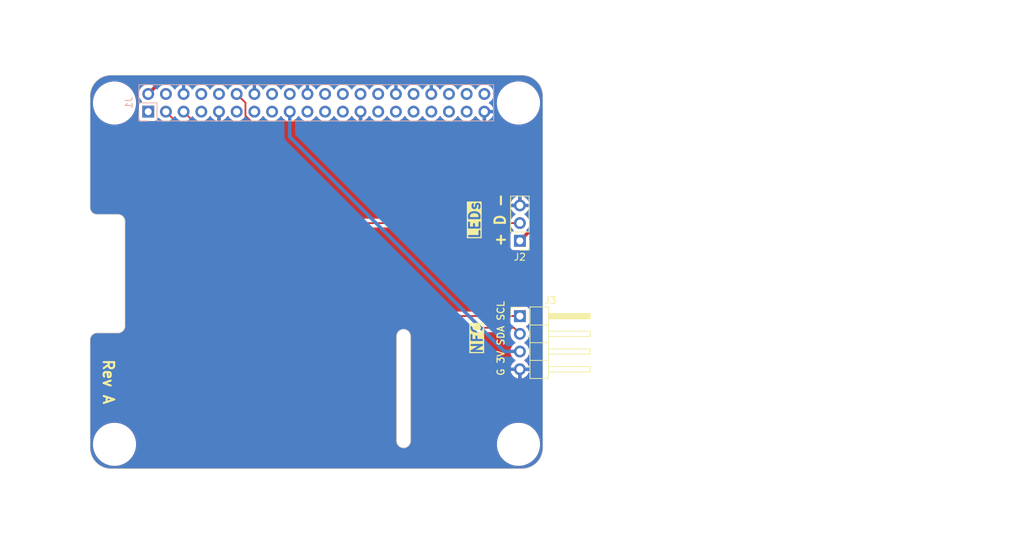
<source format=kicad_pcb>
(kicad_pcb (version 20221018) (generator pcbnew)
  (layers (0 "F.Cu" signal) (31 "B.Cu" signal) (34 "B.Paste" user) (35 "F.Paste" user) (36 "B.SilkS" user "B.Silkscreen") (37 "F.SilkS" user "F.Silkscreen") (38 "B.Mask" user) (39 "F.Mask" user) (44 "Edge.Cuts" user))
  (net 0 "")
  (net 27 "+3.3V")
  (net 28 "+5V")
  (net 29 "SDA")
  (net 30 "SCL")
  (net 31 "GND")
  (net 32 "LED_DATA")
  (footprint "RPi_Hat:RPi_Hat_Mounting_Hole" (layer "F.Cu") (at 61.5 4)
    (fp_text reference "" hide)
    (fp_text value "" hide)
    (pad "" np_thru_hole circle locked (at 0 0) (size 2.75 2.75) (drill 2.75) (layers "*.Cu" "*.Mask") (clearance 1.725))
  )
  (footprint "RPi_Hat:RPi_Hat_Mounting_Hole" (layer "F.Cu") (at 3.5 4)
    (fp_text reference "" hide)
    (fp_text value "" hide)
    (pad "" np_thru_hole circle locked (at 0 0) (size 2.75 2.75) (drill 2.75) (layers "*.Cu" "*.Mask") (clearance 1.725))
  )
  (footprint "RPi_Hat:RPi_Hat_Mounting_Hole" (layer "F.Cu") (at 3.5 53)
    (fp_text reference "" hide)
    (fp_text value "" hide)
    (pad "" np_thru_hole circle locked (at 0 0) (size 2.75 2.75) (drill 2.75) (layers "*.Cu" "*.Mask") (clearance 1.725))
  )
  (footprint "RPi_Hat:RPi_Hat_Mounting_Hole" (layer "F.Cu") (at 61.5 53)
    (fp_text reference "" hide)
    (fp_text value "" hide)
    (pad "" np_thru_hole circle locked (at 0 0) (size 2.75 2.75) (drill 2.75) (layers "*.Cu" "*.Mask") (clearance 1.725))
  )
  (footprint "Connector_PinHeader_2.54mm:PinHeader_1x03_P2.54mm_Vertical" (layer "F.Cu") (at 61.7 23.78 180)
    (fp_text reference "J2" (at 0 -2.33) (layer "F.SilkS"))
    (fp_text value "LEDs")
    (fp_line (start -1.33 -1.33) (end 0 -1.33) (stroke (width 0.12)) (layer "F.SilkS"))
    (fp_line (start -1.33 0) (end -1.33 -1.33) (stroke (width 0.12)) (layer "F.SilkS"))
    (fp_line (start -1.33 1.27) (end -1.33 6.41) (stroke (width 0.12)) (layer "F.SilkS"))
    (fp_line (start -1.33 1.27) (end 1.33 1.27) (stroke (width 0.12)) (layer "F.SilkS"))
    (fp_line (start -1.33 6.41) (end 1.33 6.41) (stroke (width 0.12)) (layer "F.SilkS"))
    (fp_line (start 1.33 1.27) (end 1.33 6.41) (stroke (width 0.12)) (layer "F.SilkS"))
    (pad "1" thru_hole rect (at 0 0 180) (size 1.7 1.7) (drill 1) (layers "*.Cu" "*.Mask") (net 28 "+5V"))
    (pad "2" thru_hole oval (at 0 2.54 180) (size 1.7 1.7) (drill 1) (layers "*.Cu" "*.Mask") (net 32 "LED_DATA"))
    (pad "3" thru_hole oval (at 0 5.08 180) (size 1.7 1.7) (drill 1) (layers "*.Cu" "*.Mask") (net 31 "GND"))
  )
  (footprint "Connector_PinHeader_2.54mm:PinHeader_1x04_P2.54mm_Horizontal" (layer "F.Cu") (at 61.7 34.6)
    (fp_text reference "J3" (at 4.385 -2.27) (layer "F.SilkS"))
    (fp_text value "NFC")
    (fp_line (start -1.27 -1.27) (end 0 -1.27) (stroke (width 0.12)) (layer "F.SilkS"))
    (fp_line (start -1.27 0) (end -1.27 -1.27) (stroke (width 0.12)) (layer "F.SilkS"))
    (fp_line (start 1.042929 2.16) (end 1.44 2.16) (stroke (width 0.12)) (layer "F.SilkS"))
    (fp_line (start 1.042929 2.92) (end 1.44 2.92) (stroke (width 0.12)) (layer "F.SilkS"))
    (fp_line (start 1.042929 4.7) (end 1.44 4.7) (stroke (width 0.12)) (layer "F.SilkS"))
    (fp_line (start 1.042929 5.46) (end 1.44 5.46) (stroke (width 0.12)) (layer "F.SilkS"))
    (fp_line (start 1.042929 7.24) (end 1.44 7.24) (stroke (width 0.12)) (layer "F.SilkS"))
    (fp_line (start 1.042929 8) (end 1.44 8) (stroke (width 0.12)) (layer "F.SilkS"))
    (fp_line (start 1.11 -0.38) (end 1.44 -0.38) (stroke (width 0.12)) (layer "F.SilkS"))
    (fp_line (start 1.11 0.38) (end 1.44 0.38) (stroke (width 0.12)) (layer "F.SilkS"))
    (fp_line (start 1.44 -1.33) (end 1.44 8.95) (stroke (width 0.12)) (layer "F.SilkS"))
    (fp_line (start 1.44 1.27) (end 4.1 1.27) (stroke (width 0.12)) (layer "F.SilkS"))
    (fp_line (start 1.44 3.81) (end 4.1 3.81) (stroke (width 0.12)) (layer "F.SilkS"))
    (fp_line (start 1.44 6.35) (end 4.1 6.35) (stroke (width 0.12)) (layer "F.SilkS"))
    (fp_line (start 1.44 8.95) (end 4.1 8.95) (stroke (width 0.12)) (layer "F.SilkS"))
    (fp_line (start 4.1 -1.33) (end 1.44 -1.33) (stroke (width 0.12)) (layer "F.SilkS"))
    (fp_line (start 4.1 -0.38) (end 10.1 -0.38) (stroke (width 0.12)) (layer "F.SilkS"))
    (fp_line (start 4.1 -0.32) (end 10.1 -0.32) (stroke (width 0.12)) (layer "F.SilkS"))
    (fp_line (start 4.1 -0.2) (end 10.1 -0.2) (stroke (width 0.12)) (layer "F.SilkS"))
    (fp_line (start 4.1 -0.08) (end 10.1 -0.08) (stroke (width 0.12)) (layer "F.SilkS"))
    (fp_line (start 4.1 0.04) (end 10.1 0.04) (stroke (width 0.12)) (layer "F.SilkS"))
    (fp_line (start 4.1 0.16) (end 10.1 0.16) (stroke (width 0.12)) (layer "F.SilkS"))
    (fp_line (start 4.1 0.28) (end 10.1 0.28) (stroke (width 0.12)) (layer "F.SilkS"))
    (fp_line (start 4.1 2.16) (end 10.1 2.16) (stroke (width 0.12)) (layer "F.SilkS"))
    (fp_line (start 4.1 4.7) (end 10.1 4.7) (stroke (width 0.12)) (layer "F.SilkS"))
    (fp_line (start 4.1 7.24) (end 10.1 7.24) (stroke (width 0.12)) (layer "F.SilkS"))
    (fp_line (start 4.1 8.95) (end 4.1 -1.33) (stroke (width 0.12)) (layer "F.SilkS"))
    (fp_line (start 10.1 -0.38) (end 10.1 0.38) (stroke (width 0.12)) (layer "F.SilkS"))
    (fp_line (start 10.1 0.38) (end 4.1 0.38) (stroke (width 0.12)) (layer "F.SilkS"))
    (fp_line (start 10.1 2.16) (end 10.1 2.92) (stroke (width 0.12)) (layer "F.SilkS"))
    (fp_line (start 10.1 2.92) (end 4.1 2.92) (stroke (width 0.12)) (layer "F.SilkS"))
    (fp_line (start 10.1 4.7) (end 10.1 5.46) (stroke (width 0.12)) (layer "F.SilkS"))
    (fp_line (start 10.1 5.46) (end 4.1 5.46) (stroke (width 0.12)) (layer "F.SilkS"))
    (fp_line (start 10.1 7.24) (end 10.1 8) (stroke (width 0.12)) (layer "F.SilkS"))
    (fp_line (start 10.1 8) (end 4.1 8) (stroke (width 0.12)) (layer "F.SilkS"))
    (pad "1" thru_hole rect (at 0 0) (size 1.7 1.7) (drill 1) (layers "*.Cu" "*.Mask") (net 30 "SCL"))
    (pad "2" thru_hole oval (at 0 2.54) (size 1.7 1.7) (drill 1) (layers "*.Cu" "*.Mask") (net 29 "SDA"))
    (pad "3" thru_hole oval (at 0 5.08) (size 1.7 1.7) (drill 1) (layers "*.Cu" "*.Mask") (net 27 "+3.3V"))
    (pad "4" thru_hole oval (at 0 7.62) (size 1.7 1.7) (drill 1) (layers "*.Cu" "*.Mask") (net 31 "GND"))
  )
  (footprint "Connector_PinSocket_2.54mm:PinSocket_2x20_P2.54mm_Vertical" (layer "B.Cu") (at 8.34 5.24 -90)
    (fp_text reference "J1" (at -1.27 2.77 90) (layer "B.SilkS") (effects (justify mirror)))
    (fp_text value "RPi_GPIO")
    (fp_line (start -3.87 -49.59) (end 1.33 -49.59) (stroke (width 0.12)) (layer "B.SilkS"))
    (fp_line (start -3.87 1.33) (end -3.87 -49.59) (stroke (width 0.12)) (layer "B.SilkS"))
    (fp_line (start -3.87 1.33) (end -1.27 1.33) (stroke (width 0.12)) (layer "B.SilkS"))
    (fp_line (start -1.27 -1.27) (end 1.33 -1.27) (stroke (width 0.12)) (layer "B.SilkS"))
    (fp_line (start -1.27 1.33) (end -1.27 -1.27) (stroke (width 0.12)) (layer "B.SilkS"))
    (fp_line (start 0 1.33) (end 1.33 1.33) (stroke (width 0.12)) (layer "B.SilkS"))
    (fp_line (start 1.33 -1.27) (end 1.33 -49.59) (stroke (width 0.12)) (layer "B.SilkS"))
    (fp_line (start 1.33 1.33) (end 1.33 0) (stroke (width 0.12)) (layer "B.SilkS"))
    (pad "1" thru_hole rect (at 0 0 270) (size 1.7 1.7) (drill 1) (layers "*.Cu" "*.Mask") (net 27 "+3.3V"))
    (pad "2" thru_hole oval (at -2.54 0 270) (size 1.7 1.7) (drill 1) (layers "*.Cu" "*.Mask") (net 28 "+5V"))
    (pad "3" thru_hole oval (at 0 -2.54 270) (size 1.7 1.7) (drill 1) (layers "*.Cu" "*.Mask") (net 29 "SDA"))
    (pad "4" thru_hole oval (at -2.54 -2.54 270) (size 1.7 1.7) (drill 1) (layers "*.Cu" "*.Mask"))
    (pad "5" thru_hole oval (at 0 -5.08 270) (size 1.7 1.7) (drill 1) (layers "*.Cu" "*.Mask") (net 30 "SCL"))
    (pad "6" thru_hole oval (at -2.54 -5.08 270) (size 1.7 1.7) (drill 1) (layers "*.Cu" "*.Mask") (net 31 "GND"))
    (pad "7" thru_hole oval (at 0 -7.62 270) (size 1.7 1.7) (drill 1) (layers "*.Cu" "*.Mask"))
    (pad "8" thru_hole oval (at -2.54 -7.62 270) (size 1.7 1.7) (drill 1) (layers "*.Cu" "*.Mask"))
    (pad "9" thru_hole oval (at 0 -10.16 270) (size 1.7 1.7) (drill 1) (layers "*.Cu" "*.Mask") (net 31 "GND"))
    (pad "10" thru_hole oval (at -2.54 -10.16 270) (size 1.7 1.7) (drill 1) (layers "*.Cu" "*.Mask"))
    (pad "11" thru_hole oval (at 0 -12.7 270) (size 1.7 1.7) (drill 1) (layers "*.Cu" "*.Mask"))
    (pad "12" thru_hole oval (at -2.54 -12.7 270) (size 1.7 1.7) (drill 1) (layers "*.Cu" "*.Mask") (net 32 "LED_DATA"))
    (pad "13" thru_hole oval (at 0 -15.24 270) (size 1.7 1.7) (drill 1) (layers "*.Cu" "*.Mask"))
    (pad "14" thru_hole oval (at -2.54 -15.24 270) (size 1.7 1.7) (drill 1) (layers "*.Cu" "*.Mask") (net 31 "GND"))
    (pad "15" thru_hole oval (at 0 -17.78 270) (size 1.7 1.7) (drill 1) (layers "*.Cu" "*.Mask"))
    (pad "16" thru_hole oval (at -2.54 -17.78 270) (size 1.7 1.7) (drill 1) (layers "*.Cu" "*.Mask"))
    (pad "17" thru_hole oval (at 0 -20.32 270) (size 1.7 1.7) (drill 1) (layers "*.Cu" "*.Mask") (net 27 "+3.3V"))
    (pad "18" thru_hole oval (at -2.54 -20.32 270) (size 1.7 1.7) (drill 1) (layers "*.Cu" "*.Mask"))
    (pad "19" thru_hole oval (at 0 -22.86 270) (size 1.7 1.7) (drill 1) (layers "*.Cu" "*.Mask"))
    (pad "20" thru_hole oval (at -2.54 -22.86 270) (size 1.7 1.7) (drill 1) (layers "*.Cu" "*.Mask") (net 31 "GND"))
    (pad "21" thru_hole oval (at 0 -25.4 270) (size 1.7 1.7) (drill 1) (layers "*.Cu" "*.Mask"))
    (pad "22" thru_hole oval (at -2.54 -25.4 270) (size 1.7 1.7) (drill 1) (layers "*.Cu" "*.Mask"))
    (pad "23" thru_hole oval (at 0 -27.94 270) (size 1.7 1.7) (drill 1) (layers "*.Cu" "*.Mask"))
    (pad "24" thru_hole oval (at -2.54 -27.94 270) (size 1.7 1.7) (drill 1) (layers "*.Cu" "*.Mask"))
    (pad "25" thru_hole oval (at 0 -30.48 270) (size 1.7 1.7) (drill 1) (layers "*.Cu" "*.Mask") (net 31 "GND"))
    (pad "26" thru_hole oval (at -2.54 -30.48 270) (size 1.7 1.7) (drill 1) (layers "*.Cu" "*.Mask"))
    (pad "27" thru_hole oval (at 0 -33.02 270) (size 1.7 1.7) (drill 1) (layers "*.Cu" "*.Mask"))
    (pad "28" thru_hole oval (at -2.54 -33.02 270) (size 1.7 1.7) (drill 1) (layers "*.Cu" "*.Mask"))
    (pad "29" thru_hole oval (at 0 -35.56 270) (size 1.7 1.7) (drill 1) (layers "*.Cu" "*.Mask"))
    (pad "30" thru_hole oval (at -2.54 -35.56 270) (size 1.7 1.7) (drill 1) (layers "*.Cu" "*.Mask") (net 31 "GND"))
    (pad "31" thru_hole oval (at 0 -38.1 270) (size 1.7 1.7) (drill 1) (layers "*.Cu" "*.Mask"))
    (pad "32" thru_hole oval (at -2.54 -38.1 270) (size 1.7 1.7) (drill 1) (layers "*.Cu" "*.Mask"))
    (pad "33" thru_hole oval (at 0 -40.64 270) (size 1.7 1.7) (drill 1) (layers "*.Cu" "*.Mask"))
    (pad "34" thru_hole oval (at -2.54 -40.64 270) (size 1.7 1.7) (drill 1) (layers "*.Cu" "*.Mask") (net 31 "GND"))
    (pad "35" thru_hole oval (at 0 -43.18 270) (size 1.7 1.7) (drill 1) (layers "*.Cu" "*.Mask"))
    (pad "36" thru_hole oval (at -2.54 -43.18 270) (size 1.7 1.7) (drill 1) (layers "*.Cu" "*.Mask"))
    (pad "37" thru_hole oval (at 0 -45.72 270) (size 1.7 1.7) (drill 1) (layers "*.Cu" "*.Mask"))
    (pad "38" thru_hole oval (at -2.54 -45.72 270) (size 1.7 1.7) (drill 1) (layers "*.Cu" "*.Mask"))
    (pad "39" thru_hole oval (at 0 -48.26 270) (size 1.7 1.7) (drill 1) (layers "*.Cu" "*.Mask") (net 31 "GND"))
    (pad "40" thru_hole oval (at -2.54 -48.26 270) (size 1.7 1.7) (drill 1) (layers "*.Cu" "*.Mask"))
  )
  (gr_arc (start 62 0) (mid 64.12132 0.87868) (end 65 3) (stroke (width 0.1)) (layer "Edge.Cuts"))
  (gr_arc (start 0 3) (mid 0.87868 0.87868) (end 3 0) (stroke (width 0.1)) (layer "Edge.Cuts"))
  (gr_arc (start 3 56.5) (mid 0.87868 55.62132) (end 0 53.5) (stroke (width 0.1)) (layer "Edge.Cuts"))
  (gr_arc (start 65 53.5) (mid 64.12132 55.62132) (end 62 56.5) (stroke (width 0.1)) (layer "Edge.Cuts"))
  (gr_arc (start 1 20) (mid 0.292893 19.707107) (end 0 19) (stroke (width 0.1)) (layer "Edge.Cuts"))
  (gr_arc (start 4 20) (mid 4.707107 20.292893) (end 5 21) (stroke (width 0.1)) (layer "Edge.Cuts"))
  (gr_arc (start 5 36) (mid 4.707107 36.707107) (end 4 37) (stroke (width 0.1)) (layer "Edge.Cuts"))
  (gr_arc (start 0 38) (mid 0.292893 37.292893) (end 1 37) (stroke (width 0.1)) (layer "Edge.Cuts"))
  (gr_line (start 46 37.5) (end 46 52.5) (stroke (width 0.1)) (layer "Edge.Cuts"))
  (gr_arc (start 46 52.5) (mid 45 53.5) (end 44 52.5) (stroke (width 0.1)) (layer "Edge.Cuts"))
  (gr_line (start 1 37) (end 4 37) (stroke (width 0.1)) (layer "Edge.Cuts"))
  (gr_line (start 3 0) (end 62 0) (stroke (width 0.1)) (layer "Edge.Cuts"))
  (gr_line (start 0 3) (end 0 19) (stroke (width 0.1)) (layer "Edge.Cuts"))
  (gr_line (start 1 20) (end 4 20) (stroke (width 0.1)) (layer "Edge.Cuts"))
  (gr_line (start 44 37.5) (end 44 52.5) (stroke (width 0.1)) (layer "Edge.Cuts"))
  (gr_line (start 5 21) (end 5 36) (stroke (width 0.1)) (layer "Edge.Cuts"))
  (gr_line (start 3 56.5) (end 62 56.5) (stroke (width 0.1)) (layer "Edge.Cuts"))
  (gr_line (start 0 38) (end 0 53.5) (stroke (width 0.1)) (layer "Edge.Cuts"))
  (gr_line (start 65 3) (end 65 53.5) (stroke (width 0.1)) (layer "Edge.Cuts"))
  (gr_arc (start 44 37.5) (mid 45 36.5) (end 46 37.5) (stroke (width 0.1)) (layer "Edge.Cuts"))
  (gr_text "NFC" (at 56.45 40.15 90) (layer "F.SilkS" knockout) (effects (font (size 1.5 1.5) (thickness 0.3) bold) (justify left bottom)))
  (gr_text "+ D -" (at 59.75 24.75 90) (layer "F.SilkS") (effects (font (size 1.5 1.5) (thickness 0.3) bold) (justify left bottom)))
  (gr_text "Rev A" (at 1.75 40.65 -90) (layer "F.SilkS") (effects (font (size 1.5 1.5) (thickness 0.3) bold) (justify left bottom)))
  (gr_text "LEDs" (at 56.1 23.65 90) (layer "F.SilkS" knockout) (effects (font (size 1.5 1.5) (thickness 0.3) bold) (justify left bottom)))
  (gr_text "G 3V SDA SCL" (at 59.55 43.25 90) (layer "F.SilkS") (effects (font (size 1 1) (thickness 0.1725) bold) (justify left bottom)))
  (segment (start 28.66 8.86) (end 28.66 5.24) (width 0.5) (layer "B.Cu") (net 27))
  (segment (start 59.46 39.66) (end 28.66 8.86) (width 0.5) (layer "B.Cu") (net 27))
  (segment (start 61.7 39.66) (end 59.46 39.66) (width 0.5) (layer "B.Cu") (net 27))
  (segment (start 58.1 11.45) (end 63.65 17) (width 0.5) (layer "F.Cu") (net 28))
  (segment (start 57.3 0.95) (end 58.1 1.75) (width 0.5) (layer "F.Cu") (net 28))
  (segment (start 58.1 1.75) (end 58.1 11.45) (width 0.5) (layer "F.Cu") (net 28))
  (segment (start 63.65 21.83) (end 61.7 23.78) (width 0.5) (layer "F.Cu") (net 28))
  (segment (start 10.09 0.95) (end 57.3 0.95) (width 0.5) (layer "F.Cu") (net 28))
  (segment (start 63.65 17) (end 63.65 21.83) (width 0.5) (layer "F.Cu") (net 28))
  (segment (start 8.34 2.7) (end 10.09 0.95) (width 0.5) (layer "F.Cu") (net 28))
  (segment (start 61.7 37.12) (end 60.85 36.27) (width 0.25) (layer "F.Cu") (net 29))
  (segment (start 60.85 36.27) (end 41.91 36.27) (width 0.25) (layer "F.Cu") (net 29))
  (segment (start 41.91 36.27) (end 10.88 5.24) (width 0.25) (layer "F.Cu") (net 29))
  (segment (start 42.76 34.58) (end 13.42 5.24) (width 0.25) (layer "F.Cu") (net 30))
  (segment (start 61.7 34.58) (end 42.76 34.58) (width 0.25) (layer "F.Cu") (net 30))
  (segment (start 61.7 21.24) (end 37.728299 21.24) (width 0.25) (layer "F.Cu") (net 32))
  (segment (start 22.3 3.96) (end 21.04 2.7) (width 0.25) (layer "F.Cu") (net 32))
  (segment (start 37.728299 21.24) (end 22.3 5.811701) (width 0.25) (layer "F.Cu") (net 32))
  (segment (start 22.3 5.811701) (end 22.3 3.96) (width 0.25) (layer "F.Cu") (net 32))
  (zone (net 31) (net_name "GND") (layers "F&B.Cu") (connect_pads (clearance 0.508)) (min_thickness 0.25) (fill yes (thermal_gap 0.5) (thermal_bridge_width 0.5))
    (polygon (pts (xy -4.25 -5.35) (xy 66.1 -5.25) (xy 66.4 59.7) (xy -5.1 59.55)))
  )
)
</source>
